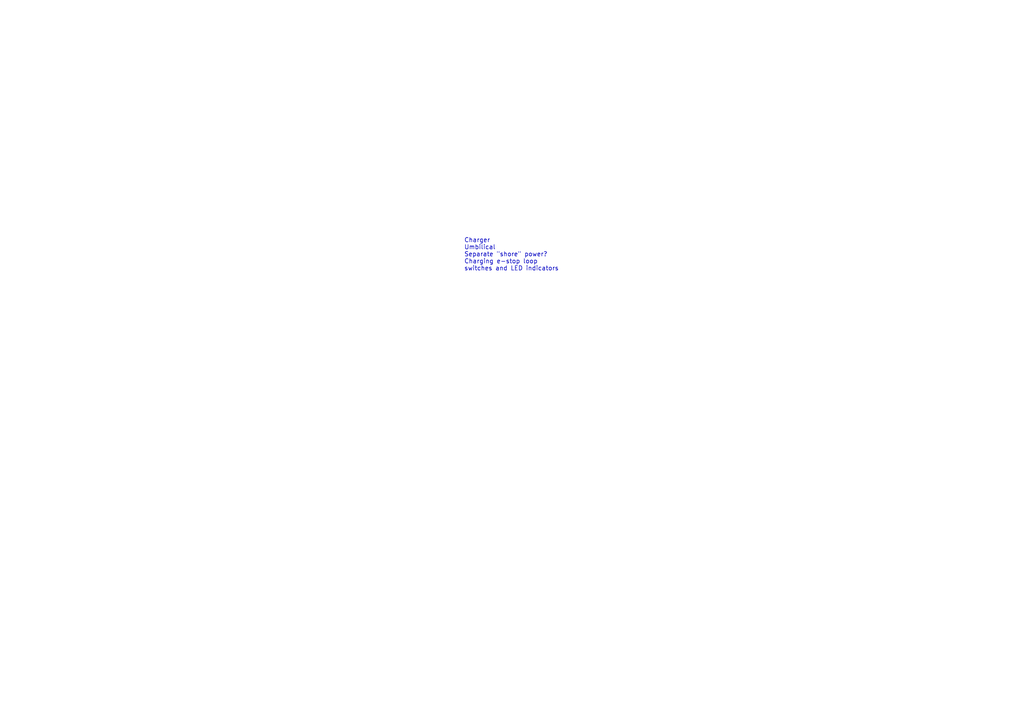
<source format=kicad_sch>
(kicad_sch (version 20230121) (generator eeschema)
  (paper "A4")
  (title_block (title "LOOM - CHARGING CART"))
  (lib_symbols)
  (text "Charger\nUmbilical\nSeparate \"shore\" power?\nCharging e-stop loop\nswitches and LED indicators" (at 134.62 78.74 0) (effects (font (size 1.27 1.27)) (justify left bottom)))
)
</source>
